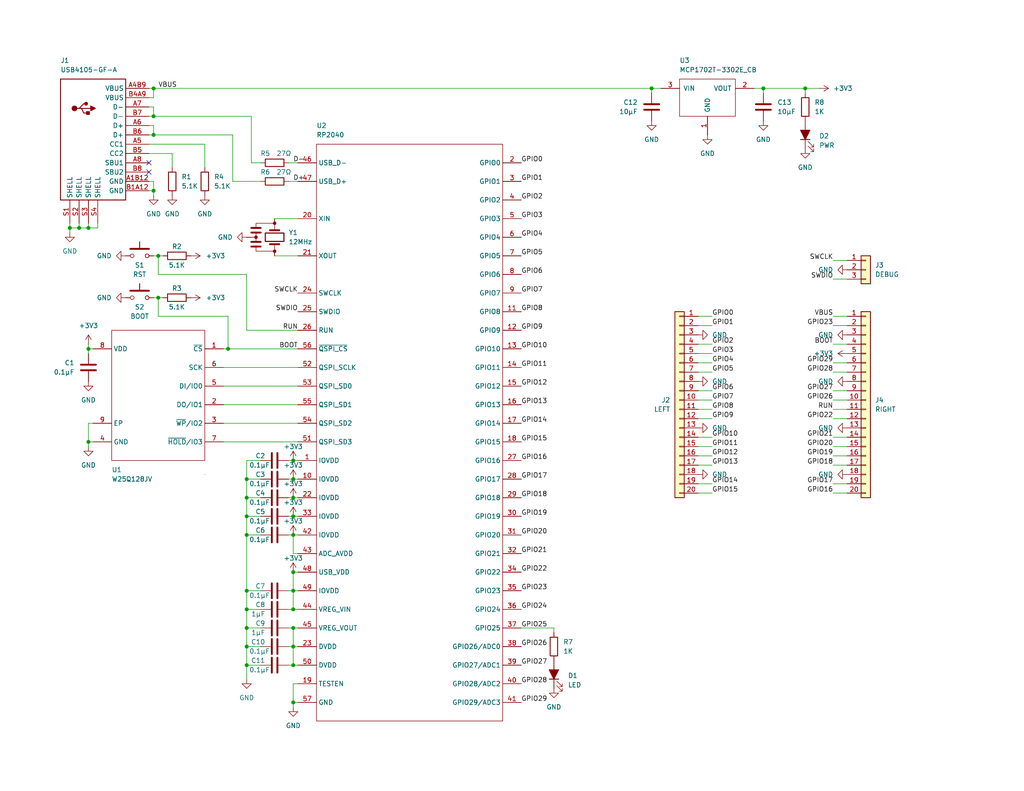
<source format=kicad_sch>
(kicad_sch (version 20211123) (generator eeschema)
  (paper "USLetter")
  (title_block (title "ENGR3430 Miniproject 3") (date "2022-09-22") (company "Olin College of Engineering"))
  (lib_symbols
    (symbol "Connector_Generic:Conn_01x03" (pin_names (offset 1.016) hide)
      (property "Reference" "J" (at 0 5.08 0))
      (property "Value" "Conn_01x03" (at 0 -5.08 0))
      (symbol "Conn_01x03_1_1"
        (rectangle (start -1.27 -2.413) (end 0 -2.667) (stroke (width 0.1524)))
        (rectangle (start -1.27 0.127) (end 0 -0.127) (stroke (width 0.1524)))
        (rectangle (start -1.27 2.667) (end 0 2.413) (stroke (width 0.1524)))
        (rectangle (start -1.27 3.81) (end 1.27 -3.81) (stroke (width 0.254)) (fill (type background)))
        (pin passive line (at -5.08 2.54 0) (length 3.81) (name "Pin_1") (number "1"))
        (pin passive line (at -5.08 0 0) (length 3.81) (name "Pin_2") (number "2"))
        (pin passive line (at -5.08 -2.54 0) (length 3.81) (name "Pin_3") (number "3"))
      )
    )
    (symbol "Connector_Generic:Conn_01x20" (pin_names (offset 1.016) hide)
      (property "Reference" "J" (at 0 25.4 0))
      (property "Value" "Conn_01x20" (at 0 -27.94 0))
      (symbol "Conn_01x20_1_1"
        (rectangle (start -1.27 -25.273) (end 0 -25.527) (stroke (width 0.1524)))
        (rectangle (start -1.27 -22.733) (end 0 -22.987) (stroke (width 0.1524)))
        (rectangle (start -1.27 -20.193) (end 0 -20.447) (stroke (width 0.1524)))
        (rectangle (start -1.27 -17.653) (end 0 -17.907) (stroke (width 0.1524)))
        (rectangle (start -1.27 -15.113) (end 0 -15.367) (stroke (width 0.1524)))
        (rectangle (start -1.27 -12.573) (end 0 -12.827) (stroke (width 0.1524)))
        (rectangle (start -1.27 -10.033) (end 0 -10.287) (stroke (width 0.1524)))
        (rectangle (start -1.27 -7.493) (end 0 -7.747) (stroke (width 0.1524)))
        (rectangle (start -1.27 -4.953) (end 0 -5.207) (stroke (width 0.1524)))
        (rectangle (start -1.27 -2.413) (end 0 -2.667) (stroke (width 0.1524)))
        (rectangle (start -1.27 0.127) (end 0 -0.127) (stroke (width 0.1524)))
        (rectangle (start -1.27 2.667) (end 0 2.413) (stroke (width 0.1524)))
        (rectangle (start -1.27 5.207) (end 0 4.953) (stroke (width 0.1524)))
        (rectangle (start -1.27 7.747) (end 0 7.493) (stroke (width 0.1524)))
        (rectangle (start -1.27 10.287) (end 0 10.033) (stroke (width 0.1524)))
        (rectangle (start -1.27 12.827) (end 0 12.573) (stroke (width 0.1524)))
        (rectangle (start -1.27 15.367) (end 0 15.113) (stroke (width 0.1524)))
        (rectangle (start -1.27 17.907) (end 0 17.653) (stroke (width 0.1524)))
        (rectangle (start -1.27 20.447) (end 0 20.193) (stroke (width 0.1524)))
        (rectangle (start -1.27 22.987) (end 0 22.733) (stroke (width 0.1524)))
        (rectangle (start -1.27 24.13) (end 1.27 -26.67) (stroke (width 0.254)) (fill (type background)))
        (pin passive line (at -5.08 22.86 0) (length 3.81) (name "Pin_1") (number "1"))
        (pin passive line (at -5.08 0 0) (length 3.81) (name "Pin_10") (number "10"))
        (pin passive line (at -5.08 -2.54 0) (length 3.81) (name "Pin_11") (number "11"))
        (pin passive line (at -5.08 -5.08 0) (length 3.81) (name "Pin_12") (number "12"))
        (pin passive line (at -5.08 -7.62 0) (length 3.81) (name "Pin_13") (number "13"))
        (pin passive line (at -5.08 -10.16 0) (length 3.81) (name "Pin_14") (number "14"))
        (pin passive line (at -5.08 -12.7 0) (length 3.81) (name "Pin_15") (number "15"))
        (pin passive line (at -5.08 -15.24 0) (length 3.81) (name "Pin_16") (number "16"))
        (pin passive line (at -5.08 -17.78 0) (length 3.81) (name "Pin_17") (number "17"))
        (pin passive line (at -5.08 -20.32 0) (length 3.81) (name "Pin_18") (number "18"))
        (pin passive line (at -5.08 -22.86 0) (length 3.81) (name "Pin_19") (number "19"))
        (pin passive line (at -5.08 20.32 0) (length 3.81) (name "Pin_2") (number "2"))
        (pin passive line (at -5.08 -25.4 0) (length 3.81) (name "Pin_20") (number "20"))
        (pin passive line (at -5.08 17.78 0) (length 3.81) (name "Pin_3") (number "3"))
        (pin passive line (at -5.08 15.24 0) (length 3.81) (name "Pin_4") (number "4"))
        (pin passive line (at -5.08 12.7 0) (length 3.81) (name "Pin_5") (number "5"))
        (pin passive line (at -5.08 10.16 0) (length 3.81) (name "Pin_6") (number "6"))
        (pin passive line (at -5.08 7.62 0) (length 3.81) (name "Pin_7") (number "7"))
        (pin passive line (at -5.08 5.08 0) (length 3.81) (name "Pin_8") (number "8"))
        (pin passive line (at -5.08 2.54 0) (length 3.81) (name "Pin_9") (number "9"))
      )
    )
    (symbol "Device:C" (pin_numbers hide) (pin_names (offset 0.254))
      (property "Reference" "C" (at 0.635 2.54 0))
      (property "Value" "C" (at 0.635 -2.54 0))
      (symbol "C_0_1"
        (polyline (pts (xy -2.032 -0.762) (xy 2.032 -0.762)) (stroke (width 0.508)))
        (polyline (pts (xy -2.032 0.762) (xy 2.032 0.762)) (stroke (width 0.508)))
      )
      (symbol "C_1_1"
        (pin passive line (at 0 3.81 270) (length 2.794) (name "~") (number "1"))
        (pin passive line (at 0 -3.81 90) (length 2.794) (name "~") (number "2"))
      )
    )
    (symbol "Device:LED_Filled" (pin_numbers hide) (pin_names (offset 1.016) hide)
      (property "Reference" "D" (at 0 2.54 0))
      (property "Value" "LED_Filled" (at 0 -2.54 0))
      (symbol "LED_Filled_0_1"
        (polyline (pts (xy -1.27 -1.27) (xy -1.27 1.27)) (stroke (width 0.254)))
        (polyline (pts (xy -1.27 0) (xy 1.27 0)))
        (polyline (pts (xy 1.27 -1.27) (xy 1.27 1.27) (xy -1.27 0) (xy 1.27 -1.27)) (stroke (width 0.254)) (fill (type outline)))
        (polyline (pts (xy -3.048 -0.762) (xy -4.572 -2.286) (xy -3.81 -2.286) (xy -4.572 -2.286) (xy -4.572 -1.524)))
        (polyline (pts (xy -1.778 -0.762) (xy -3.302 -2.286) (xy -2.54 -2.286) (xy -3.302 -2.286) (xy -3.302 -1.524)))
      )
      (symbol "LED_Filled_1_1"
        (pin passive line (at -3.81 0 0) (length 2.54) (name "K") (number "1"))
        (pin passive line (at 3.81 0 180) (length 2.54) (name "A") (number "2"))
      )
    )
    (symbol "Device:R" (pin_numbers hide) (pin_names (offset 0))
      (property "Reference" "R" (at 2.032 0 90))
      (property "Value" "R" (at 0 0 90))
      (symbol "R_0_1"
        (rectangle (start -1.016 -2.54) (end 1.016 2.54) (stroke (width 0.254)))
      )
      (symbol "R_1_1"
        (pin passive line (at 0 3.81 270) (length 1.27) (name "~") (number "1"))
        (pin passive line (at 0 -3.81 90) (length 1.27) (name "~") (number "2"))
      )
    )
    (symbol "Eclectronics:Crystal" (pin_numbers hide) (pin_names (offset 1.016) hide)
      (property "Reference" "Y" (at 0 7.62 0))
      (property "Value" "Crystal" (at 0 5.08 0))
      (symbol "Crystal_0_1"
        (circle (center -3.81 0) (radius 0.2794) (stroke (width 0.381)))
        (circle (center -3.81 0.127) (radius 0.0001))
        (rectangle (start -1.143 2.54) (end 1.143 -2.54) (stroke (width 0.3048)))
        (circle (center 0 -5.08) (radius 0.2794) (stroke (width 0.381)))
        (polyline (pts (xy -3.81 0) (xy -1.905 0)))
        (polyline (pts (xy -2.54 -3.81) (xy -2.54 -6.35)) (stroke (width 0.508)))
        (polyline (pts (xy -1.905 -1.27) (xy -1.905 1.27)) (stroke (width 0.508)))
        (polyline (pts (xy -1.27 -5.08) (xy 1.27 -5.08)))
        (polyline (pts (xy -1.27 -3.81) (xy -1.27 -6.35)) (stroke (width 0.508)))
        (polyline (pts (xy 0 -6.35) (xy 0 -5.08)))
        (polyline (pts (xy 1.27 -3.81) (xy 1.27 -6.35)) (stroke (width 0.508)))
        (polyline (pts (xy 1.905 -1.27) (xy 1.905 1.27)) (stroke (width 0.508)))
        (polyline (pts (xy 2.54 -3.81) (xy 2.54 -6.35)) (stroke (width 0.508)))
        (polyline (pts (xy 3.81 0) (xy 1.905 0)))
        (polyline (pts (xy -3.81 0) (xy -3.81 -5.08) (xy -2.54 -5.08)))
        (polyline (pts (xy 2.54 -5.08) (xy 3.81 -5.08) (xy 3.81 0)))
        (circle (center 3.81 0) (radius 0.2794) (stroke (width 0.381)))
      )
      (symbol "Crystal_1_1"
        (pin passive line (at -5.08 0 0) (length 1.27) (name "1") (number "1"))
        (pin passive line (at 0 -7.62 90) (length 1.27) (name "2") (number "2"))
        (pin passive line (at 5.08 0 180) (length 1.27) (name "3") (number "3"))
      )
    )
    (symbol "Eclectronics:MCP1702T-3302E_CB" (pin_names (offset 1.016))
      (property "Reference" "U" (at 0 8.89 0))
      (property "Value" "MCP1702T-3302E_CB" (at 0 6.35 0))
      (symbol "MCP1702T-3302E_CB_0_1"
        (rectangle (start 7.62 5.08) (end -7.62 -5.08))
      )
      (symbol "MCP1702T-3302E_CB_1_1"
        (pin input line (at 0 -10.16 90) (length 5.08) (name "GND") (number "1"))
        (pin input line (at 12.7 2.54 180) (length 5.08) (name "VOUT") (number "2"))
        (pin input line (at -12.7 2.54 0) (length 5.08) (name "VIN") (number "3"))
      )
    )
    (symbol "Eclectronics:RP2040"
      (property "Reference" "U" (at -25.4 82.55 0))
      (property "Value" "RP2040" (at -25.4 80.01 0))
      (symbol "RP2040_0_1"
        (rectangle (start -25.4 78.74) (end 25.4 -78.74))
        (rectangle (start 22.86 73.66) (end 22.86 73.66))
        (rectangle (start 22.86 73.66) (end 22.86 73.66))
      )
      (symbol "RP2040_1_1"
        (pin power_in line (at -30.48 -7.62 0) (length 5.08) (name "IOVDD") (number "1"))
        (pin power_in line (at -30.48 -12.7 0) (length 5.08) (name "IOVDD") (number "10"))
        (pin bidirectional line (at 30.48 33.02 180) (length 5.08) (name "GPIO8") (number "11"))
        (pin bidirectional line (at 30.48 27.94 180) (length 5.08) (name "GPIO9") (number "12"))
        (pin bidirectional line (at 30.48 22.86 180) (length 5.08) (name "GPIO10") (number "13"))
        (pin bidirectional line (at 30.48 17.78 180) (length 5.08) (name "GPIO11") (number "14"))
        (pin bidirectional line (at 30.48 12.7 180) (length 5.08) (name "GPIO12") (number "15"))
        (pin bidirectional line (at 30.48 7.62 180) (length 5.08) (name "GPIO13") (number "16"))
        (pin bidirectional line (at 30.48 2.54 180) (length 5.08) (name "GPIO14") (number "17"))
        (pin bidirectional line (at 30.48 -2.54 180) (length 5.08) (name "GPIO15") (number "18"))
        (pin input line (at -30.48 -68.58 0) (length 5.08) (name "TESTEN") (number "19"))
        (pin bidirectional line (at 30.48 73.66 180) (length 5.08) (name "GPIO0") (number "2"))
        (pin bidirectional line (at -30.48 58.42 0) (length 5.08) (name "XIN") (number "20"))
        (pin bidirectional line (at -30.48 48.26 0) (length 5.08) (name "XOUT") (number "21"))
        (pin power_in line (at -30.48 -17.78 0) (length 5.08) (name "IOVDD") (number "22"))
        (pin power_in line (at -30.48 -58.42 0) (length 5.08) (name "DVDD") (number "23"))
        (pin bidirectional line (at -30.48 38.1 0) (length 5.08) (name "SWCLK") (number "24"))
        (pin bidirectional line (at -30.48 33.02 0) (length 5.08) (name "SWDIO") (number "25"))
        (pin bidirectional line (at -30.48 27.94 0) (length 5.08) (name "RUN") (number "26"))
        (pin bidirectional line (at 30.48 -7.62 180) (length 5.08) (name "GPIO16") (number "27"))
        (pin bidirectional line (at 30.48 -12.7 180) (length 5.08) (name "GPIO17") (number "28"))
        (pin bidirectional line (at 30.48 -17.78 180) (length 5.08) (name "GPIO18") (number "29"))
        (pin bidirectional line (at 30.48 68.58 180) (length 5.08) (name "GPIO1") (number "3"))
        (pin bidirectional line (at 30.48 -22.86 180) (length 5.08) (name "GPIO19") (number "30"))
        (pin bidirectional line (at 30.48 -27.94 180) (length 5.08) (name "GPIO20") (number "31"))
        (pin bidirectional line (at 30.48 -33.02 180) (length 5.08) (name "GPIO21") (number "32"))
        (pin power_in line (at -30.48 -22.86 0) (length 5.08) (name "IOVDD") (number "33"))
        (pin bidirectional line (at 30.48 -38.1 180) (length 5.08) (name "GPIO22") (number "34"))
        (pin bidirectional line (at 30.48 -43.18 180) (length 5.08) (name "GPIO23") (number "35"))
        (pin bidirectional line (at 30.48 -48.26 180) (length 5.08) (name "GPIO24") (number "36"))
        (pin bidirectional line (at 30.48 -53.34 180) (length 5.08) (name "GPIO25") (number "37"))
        (pin bidirectional line (at 30.48 -58.42 180) (length 5.08) (name "GPIO26/ADC0") (number "38"))
        (pin bidirectional line (at 30.48 -63.5 180) (length 5.08) (name "GPIO27/ADC1") (number "39"))
        (pin bidirectional line (at 30.48 63.5 180) (length 5.08) (name "GPIO2") (number "4"))
        (pin bidirectional line (at 30.48 -68.58 180) (length 5.08) (name "GPIO28/ADC2") (number "40"))
        (pin bidirectional line (at 30.48 -73.66 180) (length 5.08) (name "GPIO29/ADC3") (number "41"))
        (pin power_in line (at -30.48 -27.94 0) (length 5.08) (name "IOVDD") (number "42"))
        (pin power_in line (at -30.48 -33.02 0) (length 5.08) (name "ADC_AVDD") (number "43"))
        (pin power_in line (at -30.48 -48.26 0) (length 5.08) (name "VREG_VIN") (number "44"))
        (pin power_out line (at -30.48 -53.34 0) (length 5.08) (name "VREG_VOUT") (number "45"))
        (pin bidirectional line (at -30.48 73.66 0) (length 5.08) (name "USB_D-") (number "46"))
        (pin bidirectional line (at -30.48 68.58 0) (length 5.08) (name "USB_D+") (number "47"))
        (pin power_in line (at -30.48 -38.1 0) (length 5.08) (name "USB_VDD") (number "48"))
        (pin power_in line (at -30.48 -43.18 0) (length 5.08) (name "IOVDD") (number "49"))
        (pin bidirectional line (at 30.48 58.42 180) (length 5.08) (name "GPIO3") (number "5"))
        (pin power_in line (at -30.48 -63.5 0) (length 5.08) (name "DVDD") (number "50"))
        (pin bidirectional line (at -30.48 -2.54 0) (length 5.08) (name "QSPI_SD3") (number "51"))
        (pin bidirectional line (at -30.48 17.78 0) (length 5.08) (name "QSPI_SCLK") (number "52"))
        (pin bidirectional line (at -30.48 12.7 0) (length 5.08) (name "QSPI_SD0") (number "53"))
        (pin bidirectional line (at -30.48 2.54 0) (length 5.08) (name "QSPI_SD2") (number "54"))
        (pin bidirectional line (at -30.48 7.62 0) (length 5.08) (name "QSPI_SD1") (number "55"))
        (pin bidirectional line (at -30.48 22.86 0) (length 5.08) (name "~{QSPI_CS}") (number "56"))
        (pin power_in line (at -30.48 -73.66 0) (length 5.08) (name "GND") (number "57"))
        (pin bidirectional line (at 30.48 53.34 180) (length 5.08) (name "GPIO4") (number "6"))
        (pin bidirectional line (at 30.48 48.26 180) (length 5.08) (name "GPIO5") (number "7"))
        (pin bidirectional line (at 30.48 43.18 180) (length 5.08) (name "GPIO6") (number "8"))
        (pin bidirectional line (at 30.48 38.1 180) (length 5.08) (name "GPIO7") (number "9"))
      )
    )
    (symbol "Eclectronics:SW" (pin_numbers hide) (pin_names (offset 1.016) hide)
      (property "Reference" "S" (at 1.27 2.54 0))
      (property "Value" "SW" (at 1.27 -2.54 0))
      (symbol "SW_0_1"
        (circle (center 0 -2.032) (radius 0.508))
        (polyline (pts (xy -1.905 -2.54) (xy -1.905 2.54)) (stroke (width 0.508)))
        (polyline (pts (xy -1.905 0) (xy -3.81 0)) (stroke (width 0.254)))
        (circle (center 0 2.032) (radius 0.508))
        (circle (center 0 2.032) (radius 0.508))
      )
      (symbol "SW_1_1"
        (pin input line (at 0 -3.81 90) (length 1.27) (name "1") (number "1"))
        (pin input line (at 0 3.81 270) (length 1.27) (name "2") (number "2"))
      )
    )
    (symbol "Eclectronics:USB4105-GF-A"
      (property "Reference" "J" (at -8.89 20.32 0))
      (property "Value" "USB4105-GF-A" (at -8.89 17.78 0))
      (symbol "USB4105-GF-A_0_1"
        (rectangle (start -8.89 16.51) (end 8.89 -16.51) (stroke (width 0.254)))
        (circle (center -5.08 8.509) (radius 0.635) (stroke (width 0.254)) (fill (type outline)))
        (circle (center -1.905 9.779) (radius 0.381) (stroke (width 0.254)) (fill (type outline)))
        (rectangle (start -1.016 7.62) (end -1.778 6.858) (stroke (width 0.254)) (fill (type outline)))
        (polyline (pts (xy -3.175 8.509) (xy -0.635 8.509)) (stroke (width 0.254)))
        (polyline (pts (xy -4.445 8.509) (xy -3.81 8.509) (xy -2.54 9.779) (xy -1.905 9.779)) (stroke (width 0.254)))
        (polyline (pts (xy -3.81 8.509) (xy -3.175 8.509) (xy -2.54 7.239) (xy -1.27 7.239)) (stroke (width 0.254)))
        (polyline (pts (xy -0.635 9.144) (xy -0.635 7.874) (xy 0.635 8.509) (xy -0.635 9.144)) (stroke (width 0.254)) (fill (type outline)))
      )
      (symbol "USB4105-GF-A_1_1"
        (pin power_in line (at 15.24 -11.43 180) (length 6.35) (name "GND") (number "A1B12"))
        (pin power_in line (at 15.24 13.97 180) (length 6.35) (name "VBUS") (number "A4B9"))
        (pin bidirectional line (at 15.24 -1.27 180) (length 6.35) (name "CC1") (number "A5"))
        (pin bidirectional line (at 15.24 3.81 180) (length 6.35) (name "D+") (number "A6"))
        (pin bidirectional line (at 15.24 8.89 180) (length 6.35) (name "D-") (number "A7"))
        (pin bidirectional line (at 15.24 -6.35 180) (length 6.35) (name "SBU1") (number "A8"))
        (pin power_in line (at 15.24 -13.97 180) (length 6.35) (name "GND") (number "B1A12"))
        (pin power_in line (at 15.24 11.43 180) (length 6.35) (name "VBUS") (number "B4A9"))
        (pin bidirectional line (at 15.24 -3.81 180) (length 6.35) (name "CC2") (number "B5"))
        (pin bidirectional line (at 15.24 1.27 180) (length 6.35) (name "D+") (number "B6"))
        (pin bidirectional line (at 15.24 6.35 180) (length 6.35) (name "D-") (number "B7"))
        (pin bidirectional line (at 15.24 -8.89 180) (length 6.35) (name "SBU2") (number "B8"))
        (pin power_in line (at -6.35 -22.86 90) (length 6.35) (name "SHELL") (number "S1"))
        (pin power_in line (at -3.81 -22.86 90) (length 6.35) (name "SHELL") (number "S2"))
        (pin power_in line (at -1.27 -22.86 90) (length 6.35) (name "SHELL") (number "S3"))
        (pin power_in line (at 1.27 -22.86 90) (length 6.35) (name "SHELL") (number "S4"))
      )
    )
    (symbol "Eclectronics:W25Q128JV"
      (property "Reference" "U" (at -12.7 21.59 0))
      (property "Value" "W25Q128JV" (at -12.7 19.05 0))
      (symbol "W25Q128JV_0_1"
        (rectangle (start -12.7 17.78) (end 12.7 -17.78))
        (rectangle (start 12.7 -21.59) (end 12.7 -21.59))
      )
      (symbol "W25Q128JV_1_1"
        (pin input line (at 17.78 12.7 180) (length 5.08) (name "~{CS}") (number "1"))
        (pin bidirectional line (at 17.78 -2.54 180) (length 5.08) (name "DO/IO1") (number "2"))
        (pin bidirectional line (at 17.78 -7.62 180) (length 5.08) (name "~{WP}/IO2") (number "3"))
        (pin power_in line (at -17.78 -12.7 0) (length 5.08) (name "GND") (number "4"))
        (pin bidirectional line (at 17.78 2.54 180) (length 5.08) (name "DI/IO0") (number "5"))
        (pin input line (at 17.78 7.62 180) (length 5.08) (name "SCK") (number "6"))
        (pin bidirectional line (at 17.78 -12.7 180) (length 5.08) (name "~{HOLD}/IO3") (number "7"))
        (pin power_in line (at -17.78 12.7 0) (length 5.08) (name "VDD") (number "8"))
        (pin power_in line (at -17.78 -7.62 0) (length 5.08) (name "EP") (number "9"))
      )
    )
    (symbol "power:+3V3" (power) (pin_names (offset 0))
      (property "Value" "+3V3" (at 0 3.556 0))
      (symbol "+3V3_0_1"
        (polyline (pts (xy -0.762 1.27) (xy 0 2.54)))
        (polyline (pts (xy 0 0) (xy 0 2.54)))
        (polyline (pts (xy 0 2.54) (xy 0.762 1.27)))
      )
      (symbol "+3V3_1_1"
        (pin power_in line (at 0 0 90) (length 0) hide (name "+3V3") (number "1"))
      )
    )
    (symbol "power:GND" (power) (pin_names (offset 0))
      (property "Value" "GND" (at 0 -3.81 0))
      (symbol "GND_0_1"
        (polyline (pts (xy 0 0) (xy 0 -1.27) (xy 1.27 -1.27) (xy 0 -2.54) (xy -1.27 -1.27) (xy 0 -1.27)))
      )
      (symbol "GND_1_1"
        (pin power_in line (at 0 0 270) (length 0) hide (name "GND") (number "1"))
      )
    )
  )
  (junction (at 67.31 130.81))
  (junction (at 67.31 146.05))
  (junction (at 80.01 125.73))
  (junction (at 67.31 171.45))
  (junction (at 80.01 156.21))
  (junction (at 41.91 36.83))
  (junction (at 19.05 62.23))
  (junction (at 80.01 176.53))
  (junction (at 41.91 52.07))
  (junction (at 219.71 24.13))
  (junction (at 67.31 161.29))
  (junction (at 80.01 166.37))
  (junction (at 80.01 135.89))
  (junction (at 80.01 140.97))
  (junction (at 67.31 140.97))
  (junction (at 80.01 191.77))
  (junction (at 80.01 171.45))
  (junction (at 208.28 24.13))
  (junction (at 21.59 62.23))
  (junction (at 80.01 181.61))
  (junction (at 67.31 176.53))
  (junction (at 80.01 161.29))
  (junction (at 43.18 69.85))
  (junction (at 80.01 146.05))
  (junction (at 24.13 120.65))
  (junction (at 41.91 24.13))
  (junction (at 43.18 81.28))
  (junction (at 62.23 95.25))
  (junction (at 177.8 24.13))
  (junction (at 24.13 95.25))
  (junction (at 67.31 181.61))
  (junction (at 24.13 62.23))
  (junction (at 41.91 31.75))
  (junction (at 67.31 166.37))
  (junction (at 80.01 130.81))
  (junction (at 67.31 135.89))
  (no_connect (at 40.64 46.99))
  (no_connect (at 40.64 44.45))
  (wire (pts (xy 78.74 146.05) (xy 80.01 146.05)))
  (wire (pts (xy 67.31 130.81) (xy 71.12 130.81)))
  (wire (pts (xy 78.74 140.97) (xy 80.01 140.97)))
  (wire (pts (xy 194.31 127) (xy 190.5 127)))
  (wire (pts (xy 67.31 146.05) (xy 67.31 140.97)))
  (wire (pts (xy 227.33 127) (xy 231.14 127)))
  (wire (pts (xy 40.64 36.83) (xy 41.91 36.83)))
  (wire (pts (xy 68.58 31.75) (xy 68.58 44.45)))
  (wire (pts (xy 41.91 36.83) (xy 63.5 36.83)))
  (wire (pts (xy 80.01 166.37) (xy 81.28 166.37)))
  (wire (pts (xy 68.58 44.45) (xy 71.12 44.45)))
  (wire (pts (xy 227.33 119.38) (xy 231.14 119.38)))
  (wire (pts (xy 177.8 24.13) (xy 180.34 24.13)))
  (wire (pts (xy 62.23 86.36) (xy 62.23 95.25)))
  (wire (pts (xy 24.13 62.23) (xy 26.67 62.23)))
  (wire (pts (xy 67.31 166.37) (xy 67.31 161.29)))
  (wire (pts (xy 67.31 161.29) (xy 71.12 161.29)))
  (wire (pts (xy 19.05 60.96) (xy 19.05 62.23)))
  (wire (pts (xy 43.18 86.36) (xy 62.23 86.36)))
  (wire (pts (xy 194.31 86.36) (xy 190.5 86.36)))
  (wire (pts (xy 227.33 124.46) (xy 231.14 124.46)))
  (wire (pts (xy 41.91 49.53) (xy 41.91 52.07)))
  (wire (pts (xy 80.01 146.05) (xy 81.28 146.05)))
  (wire (pts (xy 208.28 24.13) (xy 219.71 24.13)))
  (wire (pts (xy 41.91 36.83) (xy 41.91 34.29)))
  (wire (pts (xy 227.33 106.68) (xy 231.14 106.68)))
  (wire (pts (xy 80.01 171.45) (xy 80.01 176.53)))
  (wire (pts (xy 40.64 29.21) (xy 41.91 29.21)))
  (wire (pts (xy 190.5 93.98) (xy 194.31 93.98)))
  (wire (pts (xy 67.31 130.81) (xy 67.31 125.73)))
  (wire (pts (xy 41.91 24.13) (xy 177.8 24.13)))
  (wire (pts (xy 67.31 135.89) (xy 67.31 130.81)))
  (wire (pts (xy 78.74 44.45) (xy 81.28 44.45)))
  (wire (pts (xy 80.01 161.29) (xy 81.28 161.29)))
  (wire (pts (xy 194.31 109.22) (xy 190.5 109.22)))
  (wire (pts (xy 55.88 39.37) (xy 55.88 45.72)))
  (wire (pts (xy 80.01 151.13) (xy 81.28 151.13)))
  (wire (pts (xy 177.8 25.4) (xy 177.8 24.13)))
  (wire (pts (xy 78.74 161.29) (xy 80.01 161.29)))
  (wire (pts (xy 78.74 171.45) (xy 80.01 171.45)))
  (wire (pts (xy 67.31 140.97) (xy 67.31 135.89)))
  (wire (pts (xy 67.31 146.05) (xy 71.12 146.05)))
  (wire (pts (xy 227.33 71.12) (xy 231.14 71.12)))
  (wire (pts (xy 60.96 95.25) (xy 62.23 95.25)))
  (wire (pts (xy 41.91 52.07) (xy 41.91 53.34)))
  (wire (pts (xy 190.5 99.06) (xy 194.31 99.06)))
  (wire (pts (xy 67.31 90.17) (xy 81.28 90.17)))
  (wire (pts (xy 80.01 176.53) (xy 80.01 181.61)))
  (wire (pts (xy 81.28 125.73) (xy 80.01 125.73)))
  (wire (pts (xy 46.99 41.91) (xy 46.99 45.72)))
  (wire (pts (xy 24.13 96.52) (xy 24.13 95.25)))
  (wire (pts (xy 24.13 115.57) (xy 24.13 120.65)))
  (wire (pts (xy 78.74 166.37) (xy 80.01 166.37)))
  (wire (pts (xy 43.18 81.28) (xy 44.45 81.28)))
  (wire (pts (xy 63.5 49.53) (xy 71.12 49.53)))
  (wire (pts (xy 194.31 132.08) (xy 190.5 132.08)))
  (wire (pts (xy 227.33 111.76) (xy 231.14 111.76)))
  (wire (pts (xy 227.33 88.9) (xy 231.14 88.9)))
  (wire (pts (xy 80.01 156.21) (xy 80.01 161.29)))
  (wire (pts (xy 81.28 171.45) (xy 80.01 171.45)))
  (wire (pts (xy 78.74 176.53) (xy 80.01 176.53)))
  (wire (pts (xy 40.64 39.37) (xy 55.88 39.37)))
  (wire (pts (xy 205.74 24.13) (xy 208.28 24.13)))
  (wire (pts (xy 41.91 81.28) (xy 43.18 81.28)))
  (wire (pts (xy 190.5 101.6) (xy 194.31 101.6)))
  (wire (pts (xy 227.33 76.2) (xy 231.14 76.2)))
  (wire (pts (xy 24.13 93.98) (xy 24.13 95.25)))
  (wire (pts (xy 60.96 115.57) (xy 81.28 115.57)))
  (wire (pts (xy 21.59 60.96) (xy 21.59 62.23)))
  (wire (pts (xy 25.4 120.65) (xy 24.13 120.65)))
  (wire (pts (xy 80.01 156.21) (xy 81.28 156.21)))
  (wire (pts (xy 194.31 111.76) (xy 190.5 111.76)))
  (wire (pts (xy 41.91 69.85) (xy 43.18 69.85)))
  (wire (pts (xy 80.01 181.61) (xy 81.28 181.61)))
  (wire (pts (xy 41.91 24.13) (xy 41.91 26.67)))
  (wire (pts (xy 41.91 26.67) (xy 40.64 26.67)))
  (wire (pts (xy 41.91 31.75) (xy 68.58 31.75)))
  (wire (pts (xy 67.31 125.73) (xy 71.12 125.73)))
  (wire (pts (xy 81.28 186.69) (xy 80.01 186.69)))
  (wire (pts (xy 67.31 176.53) (xy 71.12 176.53)))
  (wire (pts (xy 41.91 34.29) (xy 40.64 34.29)))
  (wire (pts (xy 67.31 171.45) (xy 67.31 166.37)))
  (wire (pts (xy 219.71 24.13) (xy 223.52 24.13)))
  (wire (pts (xy 80.01 176.53) (xy 81.28 176.53)))
  (wire (pts (xy 41.91 31.75) (xy 40.64 31.75)))
  (wire (pts (xy 21.59 62.23) (xy 24.13 62.23)))
  (wire (pts (xy 63.5 36.83) (xy 63.5 49.53)))
  (wire (pts (xy 227.33 114.3) (xy 231.14 114.3)))
  (wire (pts (xy 24.13 120.65) (xy 24.13 121.92)))
  (wire (pts (xy 19.05 62.23) (xy 21.59 62.23)))
  (wire (pts (xy 142.24 171.45) (xy 151.13 171.45)))
  (wire (pts (xy 62.23 95.25) (xy 81.28 95.25)))
  (wire (pts (xy 80.01 146.05) (xy 80.01 151.13)))
  (wire (pts (xy 227.33 132.08) (xy 231.14 132.08)))
  (wire (pts (xy 80.01 186.69) (xy 80.01 191.77)))
  (wire (pts (xy 40.64 49.53) (xy 41.91 49.53)))
  (wire (pts (xy 227.33 86.36) (xy 231.14 86.36)))
  (wire (pts (xy 151.13 172.72) (xy 151.13 171.45)))
  (wire (pts (xy 80.01 135.89) (xy 81.28 135.89)))
  (wire (pts (xy 67.31 181.61) (xy 71.12 181.61)))
  (wire (pts (xy 194.31 119.38) (xy 190.5 119.38)))
  (wire (pts (xy 60.96 100.33) (xy 81.28 100.33)))
  (wire (pts (xy 227.33 93.98) (xy 231.14 93.98)))
  (wire (pts (xy 67.31 166.37) (xy 71.12 166.37)))
  (wire (pts (xy 194.31 106.68) (xy 190.5 106.68)))
  (wire (pts (xy 19.05 63.5) (xy 19.05 62.23)))
  (wire (pts (xy 60.96 110.49) (xy 81.28 110.49)))
  (wire (pts (xy 41.91 29.21) (xy 41.91 31.75)))
  (wire (pts (xy 41.91 52.07) (xy 40.64 52.07)))
  (wire (pts (xy 24.13 60.96) (xy 24.13 62.23)))
  (wire (pts (xy 67.31 171.45) (xy 71.12 171.45)))
  (wire (pts (xy 60.96 120.65) (xy 81.28 120.65)))
  (wire (pts (xy 26.67 62.23) (xy 26.67 60.96)))
  (wire (pts (xy 24.13 95.25) (xy 25.4 95.25)))
  (wire (pts (xy 43.18 74.93) (xy 67.31 74.93)))
  (wire (pts (xy 78.74 135.89) (xy 80.01 135.89)))
  (wire (pts (xy 208.28 24.13) (xy 208.28 25.4)))
  (wire (pts (xy 80.01 161.29) (xy 80.01 166.37)))
  (wire (pts (xy 81.28 191.77) (xy 80.01 191.77)))
  (wire (pts (xy 43.18 69.85) (xy 44.45 69.85)))
  (wire (pts (xy 80.01 130.81) (xy 81.28 130.81)))
  (wire (pts (xy 43.18 69.85) (xy 43.18 74.93)))
  (wire (pts (xy 194.31 114.3) (xy 190.5 114.3)))
  (wire (pts (xy 40.64 24.13) (xy 41.91 24.13)))
  (wire (pts (xy 74.93 59.69) (xy 81.28 59.69)))
  (wire (pts (xy 67.31 185.42) (xy 67.31 181.61)))
  (wire (pts (xy 227.33 121.92) (xy 231.14 121.92)))
  (wire (pts (xy 60.96 105.41) (xy 81.28 105.41)))
  (wire (pts (xy 219.71 24.13) (xy 219.71 25.4)))
  (wire (pts (xy 227.33 134.62) (xy 231.14 134.62)))
  (wire (pts (xy 78.74 130.81) (xy 80.01 130.81)))
  (wire (pts (xy 43.18 81.28) (xy 43.18 86.36)))
  (wire (pts (xy 194.31 134.62) (xy 190.5 134.62)))
  (wire (pts (xy 25.4 115.57) (xy 24.13 115.57)))
  (wire (pts (xy 227.33 101.6) (xy 231.14 101.6)))
  (wire (pts (xy 194.31 124.46) (xy 190.5 124.46)))
  (wire (pts (xy 67.31 146.05) (xy 67.31 161.29)))
  (wire (pts (xy 194.31 88.9) (xy 190.5 88.9)))
  (wire (pts (xy 78.74 49.53) (xy 81.28 49.53)))
  (wire (pts (xy 80.01 140.97) (xy 81.28 140.97)))
  (wire (pts (xy 67.31 74.93) (xy 67.31 90.17)))
  (wire (pts (xy 194.31 121.92) (xy 190.5 121.92)))
  (wire (pts (xy 74.93 69.85) (xy 81.28 69.85)))
  (wire (pts (xy 190.5 96.52) (xy 194.31 96.52)))
  (wire (pts (xy 40.64 41.91) (xy 46.99 41.91)))
  (wire (pts (xy 227.33 109.22) (xy 231.14 109.22)))
  (wire (pts (xy 67.31 176.53) (xy 67.31 171.45)))
  (wire (pts (xy 78.74 181.61) (xy 80.01 181.61)))
  (wire (pts (xy 80.01 191.77) (xy 80.01 193.04)))
  (wire (pts (xy 67.31 135.89) (xy 71.12 135.89)))
  (wire (pts (xy 67.31 140.97) (xy 71.12 140.97)))
  (wire (pts (xy 67.31 181.61) (xy 67.31 176.53)))
  (wire (pts (xy 227.33 99.06) (xy 231.14 99.06)))
  (wire (pts (xy 78.74 125.73) (xy 80.01 125.73)))
  (label "GPIO9" (at 194.31 114.3 0))
  (label "GPIO21" (at 142.24 151.13 0))
  (label "GPIO6" (at 194.31 106.68 0))
  (label "GPIO17" (at 142.24 130.81 0))
  (label "GPIO14" (at 194.31 132.08 0))
  (label "GPIO16" (at 142.24 125.73 0))
  (label "GPIO3" (at 194.31 96.52 0))
  (label "GPIO12" (at 142.24 105.41 0))
  (label "GPIO23" (at 227.33 88.9 180))
  (label "GPIO17" (at 227.33 132.08 180))
  (label "GPIO27" (at 227.33 106.68 180))
  (label "GPIO21" (at 227.33 119.38 180))
  (label "GPIO4" (at 142.24 64.77 0))
  (label "GPIO28" (at 227.33 101.6 180))
  (label "RUN" (at 81.28 90.17 180))
  (label "GPIO10" (at 142.24 95.25 0))
  (label "GPIO13" (at 194.31 127 0))
  (label "SWDIO" (at 81.28 85.09 180))
  (label "GPIO29" (at 227.33 99.06 180))
  (label "GPIO6" (at 142.24 74.93 0))
  (label "SWCLK" (at 81.28 80.01 180))
  (label "GPIO28" (at 142.24 186.69 0))
  (label "GPIO24" (at 142.24 166.37 0))
  (label "GPIO27" (at 142.24 181.61 0))
  (label "GPIO19" (at 227.33 124.46 180))
  (label "GPIO15" (at 194.31 134.62 0))
  (label "GPIO26" (at 142.24 176.53 0))
  (label "GPIO0" (at 194.31 86.36 0))
  (label "GPIO1" (at 194.31 88.9 0))
  (label "SWDIO" (at 227.33 76.2 180))
  (label "GPIO4" (at 194.31 99.06 0))
  (label "GPIO7" (at 194.31 109.22 0))
  (label "GPIO1" (at 142.24 49.53 0))
  (label "GPIO12" (at 194.31 124.46 0))
  (label "D-" (at 80.01 44.45 0))
  (label "GPIO25" (at 142.24 171.45 0))
  (label "GPIO9" (at 142.24 90.17 0))
  (label "GPIO0" (at 142.24 44.45 0))
  (label "GPIO14" (at 142.24 115.57 0))
  (label "GPIO18" (at 142.24 135.89 0))
  (label "GPIO15" (at 142.24 120.65 0))
  (label "VBUS" (at 43.18 24.13 0))
  (label "GPIO16" (at 227.33 134.62 180))
  (label "BOOT" (at 81.28 95.25 180))
  (label "GPIO10" (at 194.31 119.38 0))
  (label "GPIO11" (at 194.31 121.92 0))
  (label "GPIO13" (at 142.24 110.49 0))
  (label "GPIO5" (at 194.31 101.6 0))
  (label "GPIO20" (at 142.24 146.05 0))
  (label "GPIO8" (at 142.24 85.09 0))
  (label "D+" (at 80.01 49.53 0))
  (label "GPIO11" (at 142.24 100.33 0))
  (label "BOOT" (at 227.33 93.98 180))
  (label "RUN" (at 227.33 111.76 180))
  (label "VBUS" (at 227.33 86.36 180))
  (label "GPIO2" (at 142.24 54.61 0))
  (label "GPIO22" (at 227.33 114.3 180))
  (label "GPIO19" (at 142.24 140.97 0))
  (label "GPIO29" (at 142.24 191.77 0))
  (label "GPIO2" (at 194.31 93.98 0))
  (label "GPIO26" (at 227.33 109.22 180))
  (label "GPIO18" (at 227.33 127 180))
  (label "GPIO5" (at 142.24 69.85 0))
  (label "SWCLK" (at 227.33 71.12 180))
  (label "GPIO3" (at 142.24 59.69 0))
  (label "GPIO7" (at 142.24 80.01 0))
  (label "GPIO8" (at 194.31 111.76 0))
  (label "GPIO20" (at 227.33 121.92 180))
  (label "GPIO23" (at 142.24 161.29 0))
  (label "GPIO22" (at 142.24 156.21 0))
  (symbol (lib_id "Connector_Generic:Conn_01x20") (at 236.22 109.22 0) (unit 1)
    (property "Reference" "J4" (at 238.76 109.2199 0) (effects (justify left)))
    (property "Value" "RIGHT" (at 238.76 111.7599 0) (effects (justify left)))
    (property "Footprint" "Connector_PinHeader_2.54mm:PinHeader_1x20_P2.54mm_Vertical" (effects hide))
  )
  (symbol (lib_id "Connector_Generic:Conn_01x03") (at 236.22 73.66 0) (unit 1)
    (property "Reference" "J3" (at 238.76 72.3899 0) (effects (justify left)))
    (property "Value" "DEBUG" (at 238.76 74.9299 0) (effects (justify left)))
    (property "Footprint" "Connector_PinHeader_2.54mm:PinHeader_1x03_P2.54mm_Vertical" (effects hide))
  )
  (symbol (lib_id "power:GND") (at 190.5 129.54 90) (unit 1)
    (property "Reference" "#PWR022" (effects hide))
    (property "Value" "GND" (at 194.31 129.5399 90) (effects (justify right)))
  )
  (symbol (lib_id "power:GND") (at 34.29 81.28 270) (unit 1)
    (property "Reference" "#PWR06" (effects hide))
    (property "Value" "GND" (at 30.48 81.2799 90) (effects (justify right)))
  )
  (symbol (lib_id "power:GND") (at 19.05 63.5 0) (unit 1)
    (property "Reference" "#PWR01" (effects hide))
    (property "Value" "GND" (at 19.05 68.58 0))
  )
  (symbol (lib_id "power:+3V3") (at 80.01 135.89 0) (unit 1)
    (property "Reference" "#PWR0104" (effects hide))
    (property "Value" "+3V3" (at 80.01 132.08 0))
  )
  (symbol (lib_id "Device:R") (at 74.93 49.53 90) (unit 1)
    (property "Reference" "R6" (at 72.39 46.99 90))
    (property "Value" "27Ω" (at 77.47 46.99 90))
    (property "Footprint" "Resistor_SMD:R_0402_1005Metric" (effects hide))
  )
  (symbol (lib_id "power:GND") (at 231.14 73.66 270) (unit 1)
    (property "Reference" "#PWR026" (effects hide))
    (property "Value" "GND" (at 227.33 73.6599 90) (effects (justify right)))
  )
  (symbol (lib_id "Eclectronics:SW") (at 38.1 69.85 270) (unit 1)
    (property "Reference" "S1" (at 38.1 72.39 90))
    (property "Value" "RST" (at 38.1 74.93 90))
    (property "Footprint" "Eclectronics:KXT321LHS" (effects hide))
  )
  (symbol (lib_id "Device:C") (at 74.93 140.97 270) (unit 1)
    (property "Reference" "C5" (at 72.39 139.7 90) (effects (justify right)))
    (property "Value" "0.1µF" (at 73.66 142.24 90) (effects (justify right)))
    (property "Footprint" "Capacitor_SMD:C_0402_1005Metric" (effects hide))
  )
  (symbol (lib_id "Device:C") (at 74.93 176.53 270) (unit 1)
    (property "Reference" "C10" (at 72.39 175.26 90) (effects (justify right)))
    (property "Value" "0.1µF" (at 73.66 177.8 90) (effects (justify right)))
    (property "Footprint" "Capacitor_SMD:C_0402_1005Metric" (effects hide))
  )
  (symbol (lib_id "Device:C") (at 24.13 100.33 0) (mirror x) (unit 1)
    (property "Reference" "C1" (at 20.32 99.0599 0) (effects (justify right)))
    (property "Value" "0.1µF" (at 20.32 101.5999 0) (effects (justify right)))
    (property "Footprint" "Capacitor_SMD:C_0402_1005Metric" (effects hide))
  )
  (symbol (lib_id "power:GND") (at 46.99 53.34 0) (unit 1)
    (property "Reference" "#PWR08" (effects hide))
    (property "Value" "GND" (at 46.99 58.42 0))
  )
  (symbol (lib_id "power:GND") (at 193.04 36.83 0) (unit 1)
    (property "Reference" "#PWR018" (effects hide))
    (property "Value" "GND" (at 193.04 41.91 0))
  )
  (symbol (lib_id "Device:C") (at 74.93 146.05 270) (unit 1)
    (property "Reference" "C6" (at 72.39 144.78 90) (effects (justify right)))
    (property "Value" "0.1µF" (at 73.66 147.32 90) (effects (justify right)))
    (property "Footprint" "Capacitor_SMD:C_0402_1005Metric" (effects hide))
  )
  (symbol (lib_id "Device:R") (at 48.26 69.85 90) (unit 1)
    (property "Reference" "R2" (at 48.26 67.31 90))
    (property "Value" "5.1K" (at 48.26 72.39 90))
    (property "Footprint" "Resistor_SMD:R_0402_1005Metric" (effects hide))
  )
  (symbol (lib_id "power:GND") (at 190.5 116.84 90) (unit 1)
    (property "Reference" "#PWR021" (effects hide))
    (property "Value" "GND" (at 194.31 116.8399 90) (effects (justify right)))
  )
  (symbol (lib_id "Eclectronics:SW") (at 38.1 81.28 270) (unit 1)
    (property "Reference" "S2" (at 38.1 83.82 90))
    (property "Value" "BOOT" (at 38.1 86.36 90))
    (property "Footprint" "Eclectronics:KXT321LHS" (effects hide))
  )
  (symbol (lib_id "power:+3V3") (at 223.52 24.13 270) (unit 1)
    (property "Reference" "#PWR025" (effects hide))
    (property "Value" "+3V3" (at 227.33 24.1299 90) (effects (justify left)))
  )
  (symbol (lib_id "power:+3V3") (at 80.01 130.81 0) (unit 1)
    (property "Reference" "#PWR0103" (effects hide))
    (property "Value" "+3V3" (at 80.01 127 0))
  )
  (symbol (lib_id "power:GND") (at 208.28 33.02 0) (unit 1)
    (property "Reference" "#PWR023" (effects hide))
    (property "Value" "GND" (at 208.28 38.1 0))
  )
  (symbol (lib_id "power:GND") (at 24.13 104.14 0) (unit 1)
    (property "Reference" "#PWR03" (effects hide))
    (property "Value" "GND" (at 24.13 109.22 0))
  )
  (symbol (lib_id "Device:LED_Filled") (at 219.71 36.83 90) (unit 1)
    (property "Reference" "D2" (at 223.52 37.1474 90) (effects (justify right)))
    (property "Value" "PWR" (at 223.52 39.6874 90) (effects (justify right)))
    (property "Footprint" "Diode_SMD:D_0805_2012Metric" (effects hide))
  )
  (symbol (lib_id "power:GND") (at 41.91 53.34 0) (unit 1)
    (property "Reference" "#PWR07" (effects hide))
    (property "Value" "GND" (at 41.91 58.42 0))
  )
  (symbol (lib_id "power:GND") (at 80.01 193.04 0) (unit 1)
    (property "Reference" "#PWR015" (effects hide))
    (property "Value" "GND" (at 80.01 198.12 0))
  )
  (symbol (lib_id "Eclectronics:USB4105-GF-A") (at 25.4 38.1 0) (unit 1)
    (property "Reference" "J1" (at 16.51 16.51 0) (effects (justify left)))
    (property "Value" "USB4105-GF-A" (at 16.51 19.05 0) (effects (justify left)))
    (property "Footprint" "Eclectronics:USB4105-GF-A" (effects hide))
  )
  (symbol (lib_id "power:GND") (at 34.29 69.85 270) (unit 1)
    (property "Reference" "#PWR05" (effects hide))
    (property "Value" "GND" (at 30.48 69.8499 90) (effects (justify right)))
  )
  (symbol (lib_id "power:GND") (at 190.5 104.14 90) (unit 1)
    (property "Reference" "#PWR020" (effects hide))
    (property "Value" "GND" (at 194.31 104.1399 90) (effects (justify right)))
  )
  (symbol (lib_id "power:+3V3") (at 52.07 81.28 270) (unit 1)
    (property "Reference" "#PWR010" (effects hide))
    (property "Value" "+3V3" (at 56.134 81.2799 90) (effects (justify left)))
  )
  (symbol (lib_id "power:GND") (at 151.13 187.96 0) (unit 1)
    (property "Reference" "#PWR016" (effects hide))
    (property "Value" "GND" (at 151.13 193.04 0))
  )
  (symbol (lib_id "power:+3V3") (at 52.07 69.85 270) (unit 1)
    (property "Reference" "#PWR09" (effects hide))
    (property "Value" "+3V3" (at 56.134 69.8499 90) (effects (justify left)))
  )
  (symbol (lib_id "power:GND") (at 231.14 129.54 270) (unit 1)
    (property "Reference" "#PWR031" (effects hide))
    (property "Value" "GND" (at 227.33 129.5399 90) (effects (justify right)))
  )
  (symbol (lib_id "Device:C") (at 74.93 130.81 270) (unit 1)
    (property "Reference" "C3" (at 72.39 129.54 90) (effects (justify right)))
    (property "Value" "0.1µF" (at 73.66 132.08 90) (effects (justify right)))
    (property "Footprint" "Capacitor_SMD:C_0402_1005Metric" (effects hide))
  )
  (symbol (lib_id "Device:C") (at 74.93 166.37 270) (unit 1)
    (property "Reference" "C8" (at 72.39 165.1 90) (effects (justify right)))
    (property "Value" "1µF" (at 72.39 167.64 90) (effects (justify right)))
    (property "Footprint" "Capacitor_SMD:C_0402_1005Metric" (effects hide))
  )
  (symbol (lib_id "power:GND") (at 219.71 40.64 0) (unit 1)
    (property "Reference" "#PWR024" (effects hide))
    (property "Value" "GND" (at 219.71 45.72 0))
  )
  (symbol (lib_id "Device:C") (at 177.8 29.21 0) (mirror x) (unit 1)
    (property "Reference" "C12" (at 173.99 27.9399 0) (effects (justify right)))
    (property "Value" "10µF" (at 173.99 30.4799 0) (effects (justify right)))
    (property "Footprint" "Capacitor_SMD:C_0603_1608Metric" (effects hide))
  )
  (symbol (lib_id "Device:R") (at 151.13 176.53 0) (unit 1)
    (property "Reference" "R7" (at 153.67 175.2599 0) (effects (justify left)))
    (property "Value" "1K" (at 153.67 177.7999 0) (effects (justify left)))
    (property "Footprint" "Resistor_SMD:R_0402_1005Metric" (effects hide))
  )
  (symbol (lib_id "Device:C") (at 208.28 29.21 0) (unit 1)
    (property "Reference" "C13" (at 212.09 27.9399 0) (effects (justify left)))
    (property "Value" "10µF" (at 212.09 30.4799 0) (effects (justify left)))
    (property "Footprint" "Capacitor_SMD:C_0603_1608Metric" (effects hide))
  )
  (symbol (lib_id "power:GND") (at 190.5 91.44 90) (unit 1)
    (property "Reference" "#PWR019" (effects hide))
    (property "Value" "GND" (at 194.31 91.4399 90) (effects (justify right)))
  )
  (symbol (lib_id "power:GND") (at 231.14 116.84 270) (unit 1)
    (property "Reference" "#PWR030" (effects hide))
    (property "Value" "GND" (at 227.33 116.8399 90) (effects (justify right)))
  )
  (symbol (lib_id "power:+3V3") (at 80.01 146.05 0) (unit 1)
    (property "Reference" "#PWR0101" (effects hide))
    (property "Value" "+3V3" (at 80.01 142.24 0))
  )
  (symbol (lib_id "Device:R") (at 74.93 44.45 90) (unit 1)
    (property "Reference" "R5" (at 72.39 41.91 90))
    (property "Value" "27Ω" (at 77.47 41.91 90))
    (property "Footprint" "Resistor_SMD:R_0402_1005Metric" (effects hide))
  )
  (symbol (lib_id "power:+3V3") (at 80.01 125.73 0) (unit 1)
    (property "Reference" "#PWR014" (effects hide))
    (property "Value" "+3V3" (at 80.01 121.92 0))
  )
  (symbol (lib_id "power:+3V3") (at 231.14 96.52 90) (unit 1)
    (property "Reference" "#PWR028" (effects hide))
    (property "Value" "+3V3" (at 227.33 96.5199 90) (effects (justify left)))
  )
  (symbol (lib_id "power:GND") (at 24.13 121.92 0) (unit 1)
    (property "Reference" "#PWR04" (effects hide))
    (property "Value" "GND" (at 24.13 127 0))
  )
  (symbol (lib_id "Device:C") (at 74.93 171.45 270) (unit 1)
    (property "Reference" "C9" (at 72.39 170.18 90) (effects (justify right)))
    (property "Value" "1µF" (at 72.39 172.72 90) (effects (justify right)))
    (property "Footprint" "Capacitor_SMD:C_0402_1005Metric" (effects hide))
  )
  (symbol (lib_id "Eclectronics:W25Q128JV") (at 43.18 107.95 0) (unit 1)
    (property "Reference" "U1" (at 30.48 128.27 0) (effects (justify left)))
    (property "Value" "W25Q128JV" (at 30.48 130.81 0) (effects (justify left)))
    (property "Footprint" "Eclectronics:MIC_WSON-8" (effects hide))
  )
  (symbol (lib_id "Device:R") (at 48.26 81.28 90) (unit 1)
    (property "Reference" "R3" (at 48.26 78.74 90))
    (property "Value" "5.1K" (at 48.26 83.82 90))
    (property "Footprint" "Resistor_SMD:R_0402_1005Metric" (effects hide))
  )
  (symbol (lib_id "power:+3V3") (at 80.01 156.21 0) (unit 1)
    (property "Reference" "#PWR0105" (effects hide))
    (property "Value" "+3V3" (at 80.01 152.4 0))
  )
  (symbol (lib_id "power:+3V3") (at 80.01 140.97 0) (unit 1)
    (property "Reference" "#PWR0102" (effects hide))
    (property "Value" "+3V3" (at 80.01 137.16 0))
  )
  (symbol (lib_id "Device:LED_Filled") (at 151.13 184.15 90) (unit 1)
    (property "Reference" "D1" (at 154.94 184.4674 90) (effects (justify right)))
    (property "Value" "LED" (at 154.94 187.0074 90) (effects (justify right)))
    (property "Footprint" "Diode_SMD:D_0805_2012Metric" (effects hide))
  )
  (symbol (lib_id "Device:C") (at 74.93 135.89 270) (unit 1)
    (property "Reference" "C4" (at 72.39 134.62 90) (effects (justify right)))
    (property "Value" "0.1µF" (at 73.66 137.16 90) (effects (justify right)))
    (property "Footprint" "Capacitor_SMD:C_0402_1005Metric" (effects hide))
  )
  (symbol (lib_id "power:GND") (at 67.31 64.77 270) (unit 1)
    (property "Reference" "#PWR012" (effects hide))
    (property "Value" "GND" (at 63.5 64.7699 90) (effects (justify right)))
  )
  (symbol (lib_id "Eclectronics:Crystal") (at 74.93 64.77 270) (unit 1)
    (property "Reference" "Y1" (at 78.74 63.5 90) (effects (justify left)))
    (property "Value" "12MHz" (at 78.74 66.04 90) (effects (justify left)))
    (property "Footprint" "Eclectronics:CSTNE" (effects hide))
  )
  (symbol (lib_id "power:+3V3") (at 24.13 93.98 0) (unit 1)
    (property "Reference" "#PWR02" (effects hide))
    (property "Value" "+3V3" (at 24.13 88.9 0))
  )
  (symbol (lib_id "power:GND") (at 231.14 104.14 270) (unit 1)
    (property "Reference" "#PWR029" (effects hide))
    (property "Value" "GND" (at 227.33 104.1399 90) (effects (justify right)))
  )
  (symbol (lib_id "Eclectronics:RP2040") (at 111.76 118.11 0) (unit 1)
    (property "Reference" "U2" (at 86.36 34.29 0) (effects (justify left)))
    (property "Value" "RP2040" (at 86.36 36.83 0) (effects (justify left)))
    (property "Footprint" "Eclectronics:RP2040" (effects hide))
  )
  (symbol (lib_id "Device:C") (at 74.93 161.29 270) (unit 1)
    (property "Reference" "C7" (at 72.39 160.02 90) (effects (justify right)))
    (property "Value" "0.1µF" (at 73.66 162.56 90) (effects (justify right)))
    (property "Footprint" "Capacitor_SMD:C_0402_1005Metric" (effects hide))
  )
  (symbol (lib_id "power:GND") (at 55.88 53.34 0) (unit 1)
    (property "Reference" "#PWR011" (effects hide))
    (property "Value" "GND" (at 55.88 58.42 0))
  )
  (symbol (lib_id "Device:C") (at 74.93 181.61 270) (unit 1)
    (property "Reference" "C11" (at 72.39 180.34 90) (effects (justify right)))
    (property "Value" "0.1µF" (at 73.66 182.88 90) (effects (justify right)))
    (property "Footprint" "Capacitor_SMD:C_0402_1005Metric" (effects hide))
  )
  (symbol (lib_id "Device:R") (at 219.71 29.21 0) (unit 1)
    (property "Reference" "R8" (at 222.25 27.9399 0) (effects (justify left)))
    (property "Value" "1K" (at 222.25 30.4799 0) (effects (justify left)))
    (property "Footprint" "Resistor_SMD:R_0402_1005Metric" (effects hide))
  )
  (symbol (lib_id "power:GND") (at 67.31 185.42 0) (unit 1)
    (property "Reference" "#PWR013" (effects hide))
    (property "Value" "GND" (at 67.31 190.5 0))
  )
  (symbol (lib_id "Device:C") (at 74.93 125.73 270) (unit 1)
    (property "Reference" "C2" (at 72.39 124.46 90) (effects (justify right)))
    (property "Value" "0.1µF" (at 73.66 127 90) (effects (justify right)))
    (property "Footprint" "Capacitor_SMD:C_0402_1005Metric" (effects hide))
  )
  (symbol (lib_id "Eclectronics:MCP1702T-3302E_CB") (at 193.04 26.67 0) (unit 1)
    (property "Reference" "U3" (at 185.42 16.51 0) (effects (justify left)))
    (property "Value" "MCP1702T-3302E_CB" (at 185.42 19.05 0) (effects (justify left)))
    (property "Footprint" "Package_TO_SOT_SMD:SOT-23" (effects hide))
  )
  (symbol (lib_id "Device:R") (at 55.88 49.53 0) (unit 1)
    (property "Reference" "R4" (at 58.42 48.2599 0) (effects (justify left)))
    (property "Value" "5.1K" (at 58.42 50.7999 0) (effects (justify left)))
    (property "Footprint" "Resistor_SMD:R_0402_1005Metric" (effects hide))
  )
  (symbol (lib_id "Connector_Generic:Conn_01x20") (at 185.42 109.22 0) (mirror y) (unit 1)
    (property "Reference" "J2" (at 182.88 109.22 0) (effects (justify left)))
    (property "Value" "LEFT" (at 182.88 111.76 0) (effects (justify left)))
    (property "Footprint" "Connector_PinHeader_2.54mm:PinHeader_1x20_P2.54mm_Vertical" (effects hide))
  )
  (symbol (lib_id "Device:R") (at 46.99 49.53 0) (unit 1)
    (property "Reference" "R1" (at 49.53 48.2599 0) (effects (justify left)))
    (property "Value" "5.1K" (at 49.53 50.7999 0) (effects (justify left)))
    (property "Footprint" "Resistor_SMD:R_0402_1005Metric" (effects hide))
  )
  (symbol (lib_id "power:GND") (at 231.14 91.44 270) (unit 1)
    (property "Reference" "#PWR027" (effects hide))
    (property "Value" "GND" (at 227.33 91.4399 90) (effects (justify right)))
  )
  (symbol (lib_id "power:GND") (at 177.8 33.02 0) (unit 1)
    (property "Reference" "#PWR017" (effects hide))
    (property "Value" "GND" (at 177.8 38.1 0))
  )
)
</source>
